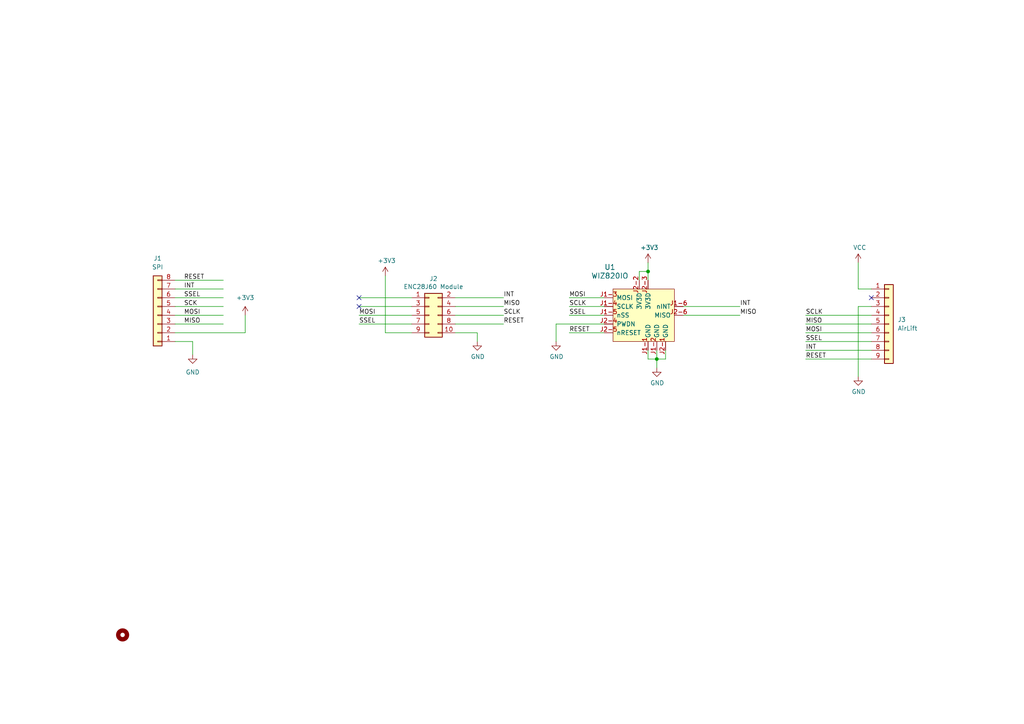
<source format=kicad_sch>
(kicad_sch (version 20211123) (generator eeschema)
  (paper "A4")
  (title_block (title "AmiParBox SPI Net") (date "2022-02-11") (rev "0.1"))
  (lib_symbols
    (symbol "Connector_Generic:Conn_01x08" (pin_names (offset 1.016) hide)
      (property "Reference" "J" (at 0 10.16 0))
      (property "Value" "Conn_01x08" (at 0 -12.7 0))
      (symbol "Conn_01x08_1_1"
        (rectangle (start -1.27 -10.033) (end 0 -10.287) (stroke (width 0.1524)))
        (rectangle (start -1.27 -7.493) (end 0 -7.747) (stroke (width 0.1524)))
        (rectangle (start -1.27 -4.953) (end 0 -5.207) (stroke (width 0.1524)))
        (rectangle (start -1.27 -2.413) (end 0 -2.667) (stroke (width 0.1524)))
        (rectangle (start -1.27 0.127) (end 0 -0.127) (stroke (width 0.1524)))
        (rectangle (start -1.27 2.667) (end 0 2.413) (stroke (width 0.1524)))
        (rectangle (start -1.27 5.207) (end 0 4.953) (stroke (width 0.1524)))
        (rectangle (start -1.27 7.747) (end 0 7.493) (stroke (width 0.1524)))
        (rectangle (start -1.27 8.89) (end 1.27 -11.43) (stroke (width 0.254)) (fill (type background)))
        (pin passive line (at -5.08 7.62 0) (length 3.81) (name "Pin_1") (number "1"))
        (pin passive line (at -5.08 5.08 0) (length 3.81) (name "Pin_2") (number "2"))
        (pin passive line (at -5.08 2.54 0) (length 3.81) (name "Pin_3") (number "3"))
        (pin passive line (at -5.08 0 0) (length 3.81) (name "Pin_4") (number "4"))
        (pin passive line (at -5.08 -2.54 0) (length 3.81) (name "Pin_5") (number "5"))
        (pin passive line (at -5.08 -5.08 0) (length 3.81) (name "Pin_6") (number "6"))
        (pin passive line (at -5.08 -7.62 0) (length 3.81) (name "Pin_7") (number "7"))
        (pin passive line (at -5.08 -10.16 0) (length 3.81) (name "Pin_8") (number "8"))
      )
    )
    (symbol "Connector_Generic:Conn_01x09" (pin_names (offset 1.016) hide)
      (property "Reference" "J" (at 0 12.7 0))
      (property "Value" "Conn_01x09" (at 0 -12.7 0))
      (symbol "Conn_01x09_1_1"
        (rectangle (start -1.27 -10.033) (end 0 -10.287) (stroke (width 0.1524)))
        (rectangle (start -1.27 -7.493) (end 0 -7.747) (stroke (width 0.1524)))
        (rectangle (start -1.27 -4.953) (end 0 -5.207) (stroke (width 0.1524)))
        (rectangle (start -1.27 -2.413) (end 0 -2.667) (stroke (width 0.1524)))
        (rectangle (start -1.27 0.127) (end 0 -0.127) (stroke (width 0.1524)))
        (rectangle (start -1.27 2.667) (end 0 2.413) (stroke (width 0.1524)))
        (rectangle (start -1.27 5.207) (end 0 4.953) (stroke (width 0.1524)))
        (rectangle (start -1.27 7.747) (end 0 7.493) (stroke (width 0.1524)))
        (rectangle (start -1.27 10.287) (end 0 10.033) (stroke (width 0.1524)))
        (rectangle (start -1.27 11.43) (end 1.27 -11.43) (stroke (width 0.254)) (fill (type background)))
        (pin passive line (at -5.08 10.16 0) (length 3.81) (name "Pin_1") (number "1"))
        (pin passive line (at -5.08 7.62 0) (length 3.81) (name "Pin_2") (number "2"))
        (pin passive line (at -5.08 5.08 0) (length 3.81) (name "Pin_3") (number "3"))
        (pin passive line (at -5.08 2.54 0) (length 3.81) (name "Pin_4") (number "4"))
        (pin passive line (at -5.08 0 0) (length 3.81) (name "Pin_5") (number "5"))
        (pin passive line (at -5.08 -2.54 0) (length 3.81) (name "Pin_6") (number "6"))
        (pin passive line (at -5.08 -5.08 0) (length 3.81) (name "Pin_7") (number "7"))
        (pin passive line (at -5.08 -7.62 0) (length 3.81) (name "Pin_8") (number "8"))
        (pin passive line (at -5.08 -10.16 0) (length 3.81) (name "Pin_9") (number "9"))
      )
    )
    (symbol "Connector_Generic:Conn_02x05_Odd_Even" (pin_names (offset 1.016) hide)
      (property "Reference" "J" (at 1.27 7.62 0))
      (property "Value" "Conn_02x05_Odd_Even" (at 1.27 -7.62 0))
      (symbol "Conn_02x05_Odd_Even_1_1"
        (rectangle (start -1.27 -4.953) (end 0 -5.207) (stroke (width 0.1524)))
        (rectangle (start -1.27 -2.413) (end 0 -2.667) (stroke (width 0.1524)))
        (rectangle (start -1.27 0.127) (end 0 -0.127) (stroke (width 0.1524)))
        (rectangle (start -1.27 2.667) (end 0 2.413) (stroke (width 0.1524)))
        (rectangle (start -1.27 5.207) (end 0 4.953) (stroke (width 0.1524)))
        (rectangle (start -1.27 6.35) (end 3.81 -6.35) (stroke (width 0.254)) (fill (type background)))
        (rectangle (start 3.81 -4.953) (end 2.54 -5.207) (stroke (width 0.1524)))
        (rectangle (start 3.81 -2.413) (end 2.54 -2.667) (stroke (width 0.1524)))
        (rectangle (start 3.81 0.127) (end 2.54 -0.127) (stroke (width 0.1524)))
        (rectangle (start 3.81 2.667) (end 2.54 2.413) (stroke (width 0.1524)))
        (rectangle (start 3.81 5.207) (end 2.54 4.953) (stroke (width 0.1524)))
        (pin passive line (at -5.08 5.08 0) (length 3.81) (name "Pin_1") (number "1"))
        (pin passive line (at 7.62 -5.08 180) (length 3.81) (name "Pin_10") (number "10"))
        (pin passive line (at 7.62 5.08 180) (length 3.81) (name "Pin_2") (number "2"))
        (pin passive line (at -5.08 2.54 0) (length 3.81) (name "Pin_3") (number "3"))
        (pin passive line (at 7.62 2.54 180) (length 3.81) (name "Pin_4") (number "4"))
        (pin passive line (at -5.08 0 0) (length 3.81) (name "Pin_5") (number "5"))
        (pin passive line (at 7.62 0 180) (length 3.81) (name "Pin_6") (number "6"))
        (pin passive line (at -5.08 -2.54 0) (length 3.81) (name "Pin_7") (number "7"))
        (pin passive line (at 7.62 -2.54 180) (length 3.81) (name "Pin_8") (number "8"))
        (pin passive line (at -5.08 -5.08 0) (length 3.81) (name "Pin_9") (number "9"))
      )
    )
    (symbol "Mechanical:MountingHole" (pin_names (offset 1.016))
      (property "Reference" "H" (at 0 5.08 0))
      (property "Value" "MountingHole" (at 0 3.175 0))
      (symbol "MountingHole_0_1"
        (circle (center 0 0) (radius 1.27) (stroke (width 1.27)))
      )
    )
    (symbol "dk_Interface-Controllers:WIZ820IO" (pin_names (offset 1.016))
      (property "Reference" "U" (at -7.62 7.62 0))
      (property "Value" "WIZ820IO" (at 7.62 -12.7 0))
      (symbol "WIZ820IO_0_1"
        (rectangle (start -10.16 5.08) (end 7.62 -10.16) (fill (type background)))
      )
      (symbol "WIZ820IO_1_1"
        (pin power_in line (at 0 -12.7 90) (length 2.54) (name "GND") (number "J1-1"))
        (pin power_in line (at 2.54 -12.7 90) (length 2.54) (name "GND") (number "J1-2"))
        (pin input line (at -12.7 2.54 0) (length 2.54) (name "MOSI") (number "J1-3"))
        (pin input line (at -12.7 0 0) (length 2.54) (name "SCLK") (number "J1-4"))
        (pin input line (at -12.7 -2.54 0) (length 2.54) (name "nSS") (number "J1-5"))
        (pin output line (at 10.16 0 180) (length 2.54) (name "nINT") (number "J1-6"))
        (pin power_in line (at 5.08 -12.7 90) (length 2.54) (name "GND") (number "J2-1"))
        (pin power_in line (at -2.54 7.62 270) (length 2.54) (name "3V3D") (number "J2-2"))
        (pin power_in line (at 0 7.62 270) (length 2.54) (name "3V3D") (number "J2-3"))
        (pin input line (at -12.7 -5.08 0) (length 2.54) (name "PWDN") (number "J2-4"))
        (pin input line (at -12.7 -7.62 0) (length 2.54) (name "nRESET") (number "J2-5"))
        (pin output line (at 10.16 -2.54 180) (length 2.54) (name "MISO") (number "J2-6"))
      )
    )
    (symbol "power:+3.3V" (power) (pin_names (offset 0))
      (property "Value" "+3.3V" (at 0 3.556 0))
      (symbol "+3.3V_0_1"
        (polyline (pts (xy -0.762 1.27) (xy 0 2.54)))
        (polyline (pts (xy 0 0) (xy 0 2.54)))
        (polyline (pts (xy 0 2.54) (xy 0.762 1.27)))
      )
      (symbol "+3.3V_1_1"
        (pin power_in line (at 0 0 90) (length 0) hide (name "+3V3") (number "1"))
      )
    )
    (symbol "power:+3V3" (power) (pin_names (offset 0))
      (property "Value" "+3V3" (at 0 3.556 0))
      (symbol "+3V3_0_1"
        (polyline (pts (xy -0.762 1.27) (xy 0 2.54)))
        (polyline (pts (xy 0 0) (xy 0 2.54)))
        (polyline (pts (xy 0 2.54) (xy 0.762 1.27)))
      )
      (symbol "+3V3_1_1"
        (pin power_in line (at 0 0 90) (length 0) hide (name "+3V3") (number "1"))
      )
    )
    (symbol "power:GND" (power) (pin_names (offset 0))
      (property "Value" "GND" (at 0 -3.81 0))
      (symbol "GND_0_1"
        (polyline (pts (xy 0 0) (xy 0 -1.27) (xy 1.27 -1.27) (xy 0 -2.54) (xy -1.27 -1.27) (xy 0 -1.27)))
      )
      (symbol "GND_1_1"
        (pin power_in line (at 0 0 270) (length 0) hide (name "GND") (number "1"))
      )
    )
    (symbol "power:VCC" (power) (pin_names (offset 0))
      (property "Value" "VCC" (at 0 3.81 0))
      (symbol "VCC_0_1"
        (polyline (pts (xy -0.762 1.27) (xy 0 2.54)))
        (polyline (pts (xy 0 0) (xy 0 2.54)))
        (polyline (pts (xy 0 2.54) (xy 0.762 1.27)))
      )
      (symbol "VCC_1_1"
        (pin power_in line (at 0 0 90) (length 0) hide (name "VCC") (number "1"))
      )
    )
  )
  (junction (at 187.96 78.74))
  (junction (at 190.5 104.14))
  (no_connect (at 252.73 86.36))
  (no_connect (at 104.14 88.9))
  (no_connect (at 104.14 86.36))
  (wire (pts (xy 185.42 78.74) (xy 187.96 78.74)))
  (wire (pts (xy 252.73 99.06) (xy 233.68 99.06)))
  (wire (pts (xy 132.08 96.52) (xy 138.43 96.52)))
  (wire (pts (xy 132.08 93.98) (xy 146.05 93.98)))
  (wire (pts (xy 50.8 91.44) (xy 64.77 91.44)))
  (wire (pts (xy 50.8 81.28) (xy 64.77 81.28)))
  (wire (pts (xy 175.26 86.36) (xy 165.1 86.36)))
  (wire (pts (xy 132.08 86.36) (xy 146.05 86.36)))
  (wire (pts (xy 119.38 91.44) (xy 104.14 91.44)))
  (wire (pts (xy 187.96 101.6) (xy 187.96 104.14)))
  (wire (pts (xy 198.12 91.44) (xy 214.63 91.44)))
  (wire (pts (xy 248.92 88.9) (xy 248.92 109.22)))
  (wire (pts (xy 119.38 88.9) (xy 104.14 88.9)))
  (wire (pts (xy 175.26 91.44) (xy 165.1 91.44)))
  (wire (pts (xy 119.38 93.98) (xy 104.14 93.98)))
  (wire (pts (xy 119.38 96.52) (xy 111.76 96.52)))
  (wire (pts (xy 50.8 96.52) (xy 71.12 96.52)))
  (wire (pts (xy 50.8 88.9) (xy 64.77 88.9)))
  (wire (pts (xy 252.73 88.9) (xy 248.92 88.9)))
  (wire (pts (xy 111.76 96.52) (xy 111.76 80.01)))
  (wire (pts (xy 185.42 81.28) (xy 185.42 78.74)))
  (wire (pts (xy 198.12 88.9) (xy 214.63 88.9)))
  (wire (pts (xy 50.8 86.36) (xy 64.77 86.36)))
  (wire (pts (xy 252.73 96.52) (xy 233.68 96.52)))
  (wire (pts (xy 161.29 93.98) (xy 175.26 93.98)))
  (wire (pts (xy 138.43 96.52) (xy 138.43 99.06)))
  (wire (pts (xy 119.38 86.36) (xy 104.14 86.36)))
  (wire (pts (xy 50.8 83.82) (xy 64.77 83.82)))
  (wire (pts (xy 252.73 93.98) (xy 233.68 93.98)))
  (wire (pts (xy 190.5 104.14) (xy 190.5 106.68)))
  (wire (pts (xy 252.73 101.6) (xy 233.68 101.6)))
  (wire (pts (xy 132.08 88.9) (xy 146.05 88.9)))
  (wire (pts (xy 187.96 78.74) (xy 187.96 76.2)))
  (wire (pts (xy 50.8 99.06) (xy 55.88 99.06)))
  (wire (pts (xy 252.73 104.14) (xy 233.68 104.14)))
  (wire (pts (xy 248.92 83.82) (xy 248.92 76.2)))
  (wire (pts (xy 71.12 91.44) (xy 71.12 96.52)))
  (wire (pts (xy 132.08 91.44) (xy 146.05 91.44)))
  (wire (pts (xy 175.26 88.9) (xy 165.1 88.9)))
  (wire (pts (xy 175.26 96.52) (xy 165.1 96.52)))
  (wire (pts (xy 55.88 99.06) (xy 55.88 102.87)))
  (wire (pts (xy 252.73 83.82) (xy 248.92 83.82)))
  (wire (pts (xy 187.96 104.14) (xy 190.5 104.14)))
  (wire (pts (xy 187.96 81.28) (xy 187.96 78.74)))
  (wire (pts (xy 190.5 104.14) (xy 193.04 104.14)))
  (wire (pts (xy 252.73 91.44) (xy 233.68 91.44)))
  (wire (pts (xy 193.04 104.14) (xy 193.04 101.6)))
  (wire (pts (xy 190.5 101.6) (xy 190.5 104.14)))
  (wire (pts (xy 50.8 93.98) (xy 64.77 93.98)))
  (wire (pts (xy 161.29 93.98) (xy 161.29 99.06)))
  (label "MISO" (at 233.68 93.98 0))
  (label "SSEL" (at 165.1 91.44 0))
  (label "RESET" (at 233.68 104.14 0))
  (label "SSEL" (at 233.68 99.06 0))
  (label "MOSI" (at 53.34 91.44 0))
  (label "RESET" (at 146.05 93.98 0))
  (label "RESET" (at 165.1 96.52 0))
  (label "SSEL" (at 53.34 86.36 0))
  (label "SCLK" (at 146.05 91.44 0))
  (label "MISO" (at 53.34 93.98 0))
  (label "MISO" (at 214.63 91.44 0))
  (label "RESET" (at 53.34 81.28 0))
  (label "INT" (at 214.63 88.9 0))
  (label "INT" (at 146.05 86.36 0))
  (label "MOSI" (at 233.68 96.52 0))
  (label "MOSI" (at 165.1 86.36 0))
  (label "SCK" (at 53.34 88.9 0))
  (label "MISO" (at 146.05 88.9 0))
  (label "SCLK" (at 165.1 88.9 0))
  (label "SSEL" (at 104.14 93.98 0))
  (label "INT" (at 53.34 83.82 0))
  (label "MOSI" (at 104.14 91.44 0))
  (label "INT" (at 233.68 101.6 0))
  (label "SCLK" (at 233.68 91.44 0))
  (symbol (lib_id "Mechanical:MountingHole") (at 35.56 184.15 0) (unit 1)
    (property "Reference" "H1" (effects hide))
    (property "Value" "MountingHole" (effects hide))
    (property "Footprint" "MountingHole:MountingHole_3.2mm_M3_Pad" (effects hide))
  )
  (symbol (lib_id "Connector_Generic:Conn_01x09") (at 257.81 93.98 0) (unit 1)
    (property "Reference" "J3" (at 260.35 92.7099 0) (effects (justify left)))
    (property "Value" "AirLift" (at 260.35 95.2499 0) (effects (justify left)))
    (property "Footprint" "Connector_PinHeader_2.54mm:PinHeader_1x09_P2.54mm_Vertical" (effects hide))
  )
  (symbol (lib_id "dk_Interface-Controllers:WIZ820IO") (at 187.96 88.9 0) (unit 1)
    (property "Reference" "U1" (at 175.26 77.47 0) (effects (font (size 1.524 1.524)) (justify left)))
    (property "Value" "WIZ820IO" (at 171.45 80.01 0) (effects (font (size 1.524 1.524)) (justify left)))
    (property "Footprint" "digikey-footprints:Mag_Jack_Module_WIZ820IO" (effects hide))
    (property "Datasheet" "https://www.wiznet.io/wp-content/uploads/wiznethome/Network%20Module/WIZ820io/Document/WIZ820io_User_Manual_V1.0.pdf" (effects hide))
    (property "Digi-Key_PN" "1278-1015-ND" (effects hide))
    (property "MPN" "WIZ820IO" (effects hide))
    (property "Category" "Integrated Circuits (ICs)" (effects hide))
    (property "Family" "Interface - Controllers" (effects hide))
    (property "DK_Datasheet_Link" "https://www.wiznet.io/wp-content/uploads/wiznethome/Network%20Module/WIZ820io/Document/WIZ820io_User_Manual_V1.0.pdf" (effects hide))
    (property "DK_Detail_Page" "/product-detail/en/wiznet/WIZ820IO/1278-1015-ND/3829655" (effects hide))
    (property "Description" "IC MODULE W5200+MAG JACK" (effects hide))
    (property "Manufacturer" "WIZnet" (effects hide))
    (property "Status" "Active" (effects hide))
  )
  (symbol (lib_id "power:GND") (at 248.92 109.22 0) (unit 1)
    (property "Reference" "#PWR09" (effects hide))
    (property "Value" "GND" (at 249.047 113.6142 0))
  )
  (symbol (lib_id "power:GND") (at 55.88 102.87 0) (unit 1)
    (property "Reference" "#PWR01" (effects hide))
    (property "Value" "GND" (at 55.88 107.95 0))
  )
  (symbol (lib_id "Connector_Generic:Conn_01x08") (at 45.72 91.44 180) (unit 1)
    (property "Reference" "J1" (at 45.72 74.93 0))
    (property "Value" "SPI" (at 45.72 77.47 0))
    (property "Footprint" "Connector_PinHeader_2.54mm:PinHeader_1x08_P2.54mm_Vertical" (effects hide))
  )
  (symbol (lib_id "power:GND") (at 161.29 99.06 0) (unit 1)
    (property "Reference" "#PWR05" (effects hide))
    (property "Value" "GND" (at 161.417 103.4542 0))
  )
  (symbol (lib_id "power:+3V3") (at 187.96 76.2 0) (unit 1)
    (property "Reference" "#PWR06" (effects hide))
    (property "Value" "+3V3" (at 188.341 71.8058 0))
  )
  (symbol (lib_id "power:+3V3") (at 111.76 80.01 0) (unit 1)
    (property "Reference" "#PWR03" (effects hide))
    (property "Value" "+3V3" (at 112.141 75.6158 0))
  )
  (symbol (lib_id "power:GND") (at 190.5 106.68 0) (unit 1)
    (property "Reference" "#PWR07" (effects hide))
    (property "Value" "GND" (at 190.627 111.0742 0))
  )
  (symbol (lib_id "power:+3.3V") (at 71.12 91.44 0) (unit 1)
    (property "Reference" "#PWR02" (effects hide))
    (property "Value" "+3.3V" (at 71.12 86.36 0))
  )
  (symbol (lib_id "power:GND") (at 138.43 99.06 0) (unit 1)
    (property "Reference" "#PWR04" (effects hide))
    (property "Value" "GND" (at 138.557 103.4542 0))
  )
  (symbol (lib_id "power:VCC") (at 248.92 76.2 0) (unit 1)
    (property "Reference" "#PWR08" (effects hide))
    (property "Value" "VCC" (at 249.3518 71.8058 0))
  )
  (symbol (lib_id "Connector_Generic:Conn_02x05_Odd_Even") (at 124.46 91.44 0) (unit 1)
    (property "Reference" "J2" (at 125.73 80.8482 0))
    (property "Value" "ENC28J60 Module" (at 125.73 83.1596 0))
    (property "Footprint" "Connector_PinHeader_2.54mm:PinHeader_2x05_P2.54mm_Vertical" (effects hide))
  )
)
</source>
